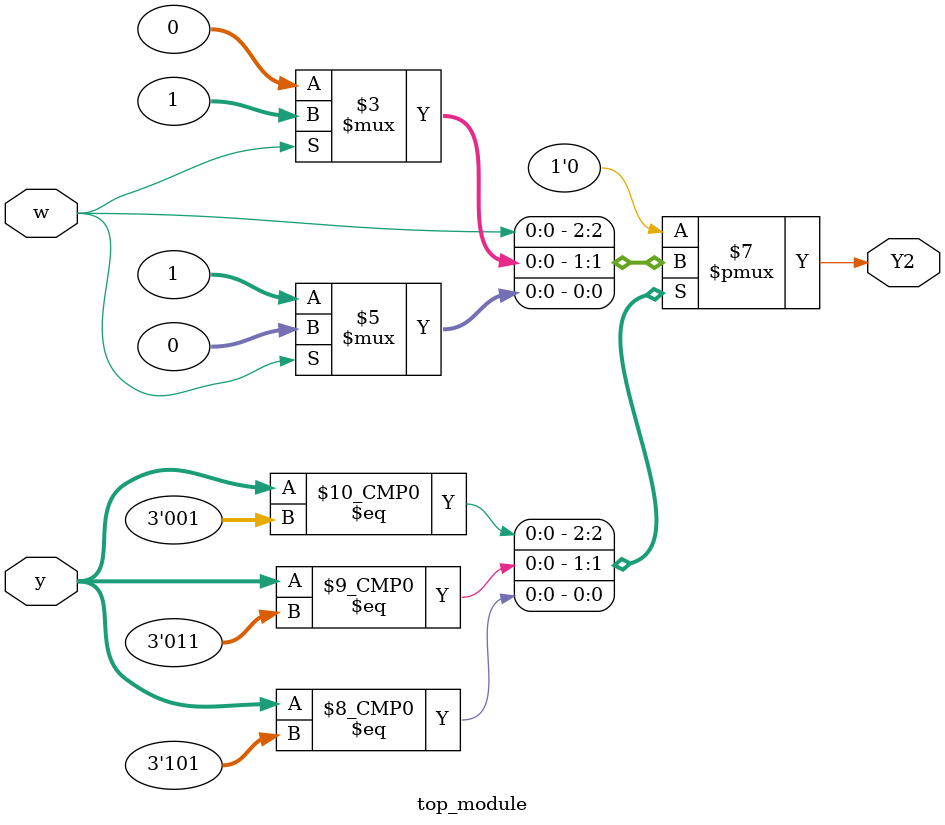
<source format=sv>
module top_module(
    input [3:1] y,
    input w,
    output reg Y2);

    // Next-state logic for y[2]
    always @(*) begin
        case (y)
            3'b000: Y2 = 0; // State A
            3'b001: Y2 = w; // State B, next state depends on input w
            3'b010: Y2 = 0; // State C
            3'b011: Y2 = (w == 0) ? 0 : 1; // State D, next state depends on input w
            3'b100: Y2 = 0; // State E
            3'b101: Y2 = (w == 0) ? 1 : 0; // State F, next state depends on input w
            default: Y2 = 0; // Default state
        endcase
    end

endmodule

</source>
